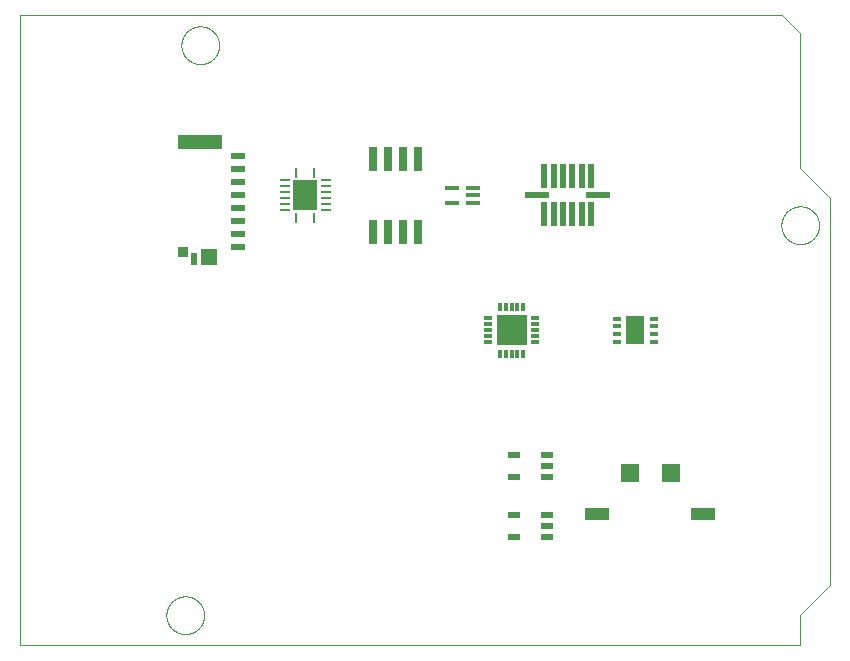
<source format=gtp>
G75*
%MOIN*%
%OFA0B0*%
%FSLAX25Y25*%
%IPPOS*%
%LPD*%
%AMOC8*
5,1,8,0,0,1.08239X$1,22.5*
%
%ADD10C,0.00000*%
%ADD11R,0.09843X0.09843*%
%ADD12R,0.02953X0.01181*%
%ADD13R,0.01181X0.02953*%
%ADD14R,0.04331X0.02362*%
%ADD15R,0.04921X0.02362*%
%ADD16R,0.14921X0.04724*%
%ADD17R,0.02362X0.03937*%
%ADD18R,0.05512X0.05709*%
%ADD19R,0.03346X0.03740*%
%ADD20R,0.02600X0.08000*%
%ADD21R,0.06102X0.09449*%
%ADD22R,0.02559X0.01378*%
%ADD23R,0.03346X0.00984*%
%ADD24R,0.07874X0.09843*%
%ADD25R,0.00984X0.03346*%
%ADD26R,0.02165X0.08445*%
%ADD27R,0.08445X0.02165*%
%ADD28R,0.07900X0.04300*%
%ADD29R,0.04724X0.01575*%
%ADD30R,0.05906X0.05906*%
D10*
X0027000Y0009000D02*
X0027000Y0219000D01*
X0281000Y0219000D01*
X0287000Y0213000D01*
X0287000Y0168000D01*
X0297000Y0158000D01*
X0297000Y0029000D01*
X0287000Y0019000D01*
X0287000Y0009000D01*
X0027000Y0009000D01*
X0075701Y0019000D02*
X0075703Y0019158D01*
X0075709Y0019316D01*
X0075719Y0019474D01*
X0075733Y0019632D01*
X0075751Y0019789D01*
X0075772Y0019946D01*
X0075798Y0020102D01*
X0075828Y0020258D01*
X0075861Y0020413D01*
X0075899Y0020566D01*
X0075940Y0020719D01*
X0075985Y0020871D01*
X0076034Y0021022D01*
X0076087Y0021171D01*
X0076143Y0021319D01*
X0076203Y0021465D01*
X0076267Y0021610D01*
X0076335Y0021753D01*
X0076406Y0021895D01*
X0076480Y0022035D01*
X0076558Y0022172D01*
X0076640Y0022308D01*
X0076724Y0022442D01*
X0076813Y0022573D01*
X0076904Y0022702D01*
X0076999Y0022829D01*
X0077096Y0022954D01*
X0077197Y0023076D01*
X0077301Y0023195D01*
X0077408Y0023312D01*
X0077518Y0023426D01*
X0077631Y0023537D01*
X0077746Y0023646D01*
X0077864Y0023751D01*
X0077985Y0023853D01*
X0078108Y0023953D01*
X0078234Y0024049D01*
X0078362Y0024142D01*
X0078492Y0024232D01*
X0078625Y0024318D01*
X0078760Y0024402D01*
X0078896Y0024481D01*
X0079035Y0024558D01*
X0079176Y0024630D01*
X0079318Y0024700D01*
X0079462Y0024765D01*
X0079608Y0024827D01*
X0079755Y0024885D01*
X0079904Y0024940D01*
X0080054Y0024991D01*
X0080205Y0025038D01*
X0080357Y0025081D01*
X0080510Y0025120D01*
X0080665Y0025156D01*
X0080820Y0025187D01*
X0080976Y0025215D01*
X0081132Y0025239D01*
X0081289Y0025259D01*
X0081447Y0025275D01*
X0081604Y0025287D01*
X0081763Y0025295D01*
X0081921Y0025299D01*
X0082079Y0025299D01*
X0082237Y0025295D01*
X0082396Y0025287D01*
X0082553Y0025275D01*
X0082711Y0025259D01*
X0082868Y0025239D01*
X0083024Y0025215D01*
X0083180Y0025187D01*
X0083335Y0025156D01*
X0083490Y0025120D01*
X0083643Y0025081D01*
X0083795Y0025038D01*
X0083946Y0024991D01*
X0084096Y0024940D01*
X0084245Y0024885D01*
X0084392Y0024827D01*
X0084538Y0024765D01*
X0084682Y0024700D01*
X0084824Y0024630D01*
X0084965Y0024558D01*
X0085104Y0024481D01*
X0085240Y0024402D01*
X0085375Y0024318D01*
X0085508Y0024232D01*
X0085638Y0024142D01*
X0085766Y0024049D01*
X0085892Y0023953D01*
X0086015Y0023853D01*
X0086136Y0023751D01*
X0086254Y0023646D01*
X0086369Y0023537D01*
X0086482Y0023426D01*
X0086592Y0023312D01*
X0086699Y0023195D01*
X0086803Y0023076D01*
X0086904Y0022954D01*
X0087001Y0022829D01*
X0087096Y0022702D01*
X0087187Y0022573D01*
X0087276Y0022442D01*
X0087360Y0022308D01*
X0087442Y0022172D01*
X0087520Y0022035D01*
X0087594Y0021895D01*
X0087665Y0021753D01*
X0087733Y0021610D01*
X0087797Y0021465D01*
X0087857Y0021319D01*
X0087913Y0021171D01*
X0087966Y0021022D01*
X0088015Y0020871D01*
X0088060Y0020719D01*
X0088101Y0020566D01*
X0088139Y0020413D01*
X0088172Y0020258D01*
X0088202Y0020102D01*
X0088228Y0019946D01*
X0088249Y0019789D01*
X0088267Y0019632D01*
X0088281Y0019474D01*
X0088291Y0019316D01*
X0088297Y0019158D01*
X0088299Y0019000D01*
X0088297Y0018842D01*
X0088291Y0018684D01*
X0088281Y0018526D01*
X0088267Y0018368D01*
X0088249Y0018211D01*
X0088228Y0018054D01*
X0088202Y0017898D01*
X0088172Y0017742D01*
X0088139Y0017587D01*
X0088101Y0017434D01*
X0088060Y0017281D01*
X0088015Y0017129D01*
X0087966Y0016978D01*
X0087913Y0016829D01*
X0087857Y0016681D01*
X0087797Y0016535D01*
X0087733Y0016390D01*
X0087665Y0016247D01*
X0087594Y0016105D01*
X0087520Y0015965D01*
X0087442Y0015828D01*
X0087360Y0015692D01*
X0087276Y0015558D01*
X0087187Y0015427D01*
X0087096Y0015298D01*
X0087001Y0015171D01*
X0086904Y0015046D01*
X0086803Y0014924D01*
X0086699Y0014805D01*
X0086592Y0014688D01*
X0086482Y0014574D01*
X0086369Y0014463D01*
X0086254Y0014354D01*
X0086136Y0014249D01*
X0086015Y0014147D01*
X0085892Y0014047D01*
X0085766Y0013951D01*
X0085638Y0013858D01*
X0085508Y0013768D01*
X0085375Y0013682D01*
X0085240Y0013598D01*
X0085104Y0013519D01*
X0084965Y0013442D01*
X0084824Y0013370D01*
X0084682Y0013300D01*
X0084538Y0013235D01*
X0084392Y0013173D01*
X0084245Y0013115D01*
X0084096Y0013060D01*
X0083946Y0013009D01*
X0083795Y0012962D01*
X0083643Y0012919D01*
X0083490Y0012880D01*
X0083335Y0012844D01*
X0083180Y0012813D01*
X0083024Y0012785D01*
X0082868Y0012761D01*
X0082711Y0012741D01*
X0082553Y0012725D01*
X0082396Y0012713D01*
X0082237Y0012705D01*
X0082079Y0012701D01*
X0081921Y0012701D01*
X0081763Y0012705D01*
X0081604Y0012713D01*
X0081447Y0012725D01*
X0081289Y0012741D01*
X0081132Y0012761D01*
X0080976Y0012785D01*
X0080820Y0012813D01*
X0080665Y0012844D01*
X0080510Y0012880D01*
X0080357Y0012919D01*
X0080205Y0012962D01*
X0080054Y0013009D01*
X0079904Y0013060D01*
X0079755Y0013115D01*
X0079608Y0013173D01*
X0079462Y0013235D01*
X0079318Y0013300D01*
X0079176Y0013370D01*
X0079035Y0013442D01*
X0078896Y0013519D01*
X0078760Y0013598D01*
X0078625Y0013682D01*
X0078492Y0013768D01*
X0078362Y0013858D01*
X0078234Y0013951D01*
X0078108Y0014047D01*
X0077985Y0014147D01*
X0077864Y0014249D01*
X0077746Y0014354D01*
X0077631Y0014463D01*
X0077518Y0014574D01*
X0077408Y0014688D01*
X0077301Y0014805D01*
X0077197Y0014924D01*
X0077096Y0015046D01*
X0076999Y0015171D01*
X0076904Y0015298D01*
X0076813Y0015427D01*
X0076724Y0015558D01*
X0076640Y0015692D01*
X0076558Y0015828D01*
X0076480Y0015965D01*
X0076406Y0016105D01*
X0076335Y0016247D01*
X0076267Y0016390D01*
X0076203Y0016535D01*
X0076143Y0016681D01*
X0076087Y0016829D01*
X0076034Y0016978D01*
X0075985Y0017129D01*
X0075940Y0017281D01*
X0075899Y0017434D01*
X0075861Y0017587D01*
X0075828Y0017742D01*
X0075798Y0017898D01*
X0075772Y0018054D01*
X0075751Y0018211D01*
X0075733Y0018368D01*
X0075719Y0018526D01*
X0075709Y0018684D01*
X0075703Y0018842D01*
X0075701Y0019000D01*
X0280701Y0149000D02*
X0280703Y0149158D01*
X0280709Y0149316D01*
X0280719Y0149474D01*
X0280733Y0149632D01*
X0280751Y0149789D01*
X0280772Y0149946D01*
X0280798Y0150102D01*
X0280828Y0150258D01*
X0280861Y0150413D01*
X0280899Y0150566D01*
X0280940Y0150719D01*
X0280985Y0150871D01*
X0281034Y0151022D01*
X0281087Y0151171D01*
X0281143Y0151319D01*
X0281203Y0151465D01*
X0281267Y0151610D01*
X0281335Y0151753D01*
X0281406Y0151895D01*
X0281480Y0152035D01*
X0281558Y0152172D01*
X0281640Y0152308D01*
X0281724Y0152442D01*
X0281813Y0152573D01*
X0281904Y0152702D01*
X0281999Y0152829D01*
X0282096Y0152954D01*
X0282197Y0153076D01*
X0282301Y0153195D01*
X0282408Y0153312D01*
X0282518Y0153426D01*
X0282631Y0153537D01*
X0282746Y0153646D01*
X0282864Y0153751D01*
X0282985Y0153853D01*
X0283108Y0153953D01*
X0283234Y0154049D01*
X0283362Y0154142D01*
X0283492Y0154232D01*
X0283625Y0154318D01*
X0283760Y0154402D01*
X0283896Y0154481D01*
X0284035Y0154558D01*
X0284176Y0154630D01*
X0284318Y0154700D01*
X0284462Y0154765D01*
X0284608Y0154827D01*
X0284755Y0154885D01*
X0284904Y0154940D01*
X0285054Y0154991D01*
X0285205Y0155038D01*
X0285357Y0155081D01*
X0285510Y0155120D01*
X0285665Y0155156D01*
X0285820Y0155187D01*
X0285976Y0155215D01*
X0286132Y0155239D01*
X0286289Y0155259D01*
X0286447Y0155275D01*
X0286604Y0155287D01*
X0286763Y0155295D01*
X0286921Y0155299D01*
X0287079Y0155299D01*
X0287237Y0155295D01*
X0287396Y0155287D01*
X0287553Y0155275D01*
X0287711Y0155259D01*
X0287868Y0155239D01*
X0288024Y0155215D01*
X0288180Y0155187D01*
X0288335Y0155156D01*
X0288490Y0155120D01*
X0288643Y0155081D01*
X0288795Y0155038D01*
X0288946Y0154991D01*
X0289096Y0154940D01*
X0289245Y0154885D01*
X0289392Y0154827D01*
X0289538Y0154765D01*
X0289682Y0154700D01*
X0289824Y0154630D01*
X0289965Y0154558D01*
X0290104Y0154481D01*
X0290240Y0154402D01*
X0290375Y0154318D01*
X0290508Y0154232D01*
X0290638Y0154142D01*
X0290766Y0154049D01*
X0290892Y0153953D01*
X0291015Y0153853D01*
X0291136Y0153751D01*
X0291254Y0153646D01*
X0291369Y0153537D01*
X0291482Y0153426D01*
X0291592Y0153312D01*
X0291699Y0153195D01*
X0291803Y0153076D01*
X0291904Y0152954D01*
X0292001Y0152829D01*
X0292096Y0152702D01*
X0292187Y0152573D01*
X0292276Y0152442D01*
X0292360Y0152308D01*
X0292442Y0152172D01*
X0292520Y0152035D01*
X0292594Y0151895D01*
X0292665Y0151753D01*
X0292733Y0151610D01*
X0292797Y0151465D01*
X0292857Y0151319D01*
X0292913Y0151171D01*
X0292966Y0151022D01*
X0293015Y0150871D01*
X0293060Y0150719D01*
X0293101Y0150566D01*
X0293139Y0150413D01*
X0293172Y0150258D01*
X0293202Y0150102D01*
X0293228Y0149946D01*
X0293249Y0149789D01*
X0293267Y0149632D01*
X0293281Y0149474D01*
X0293291Y0149316D01*
X0293297Y0149158D01*
X0293299Y0149000D01*
X0293297Y0148842D01*
X0293291Y0148684D01*
X0293281Y0148526D01*
X0293267Y0148368D01*
X0293249Y0148211D01*
X0293228Y0148054D01*
X0293202Y0147898D01*
X0293172Y0147742D01*
X0293139Y0147587D01*
X0293101Y0147434D01*
X0293060Y0147281D01*
X0293015Y0147129D01*
X0292966Y0146978D01*
X0292913Y0146829D01*
X0292857Y0146681D01*
X0292797Y0146535D01*
X0292733Y0146390D01*
X0292665Y0146247D01*
X0292594Y0146105D01*
X0292520Y0145965D01*
X0292442Y0145828D01*
X0292360Y0145692D01*
X0292276Y0145558D01*
X0292187Y0145427D01*
X0292096Y0145298D01*
X0292001Y0145171D01*
X0291904Y0145046D01*
X0291803Y0144924D01*
X0291699Y0144805D01*
X0291592Y0144688D01*
X0291482Y0144574D01*
X0291369Y0144463D01*
X0291254Y0144354D01*
X0291136Y0144249D01*
X0291015Y0144147D01*
X0290892Y0144047D01*
X0290766Y0143951D01*
X0290638Y0143858D01*
X0290508Y0143768D01*
X0290375Y0143682D01*
X0290240Y0143598D01*
X0290104Y0143519D01*
X0289965Y0143442D01*
X0289824Y0143370D01*
X0289682Y0143300D01*
X0289538Y0143235D01*
X0289392Y0143173D01*
X0289245Y0143115D01*
X0289096Y0143060D01*
X0288946Y0143009D01*
X0288795Y0142962D01*
X0288643Y0142919D01*
X0288490Y0142880D01*
X0288335Y0142844D01*
X0288180Y0142813D01*
X0288024Y0142785D01*
X0287868Y0142761D01*
X0287711Y0142741D01*
X0287553Y0142725D01*
X0287396Y0142713D01*
X0287237Y0142705D01*
X0287079Y0142701D01*
X0286921Y0142701D01*
X0286763Y0142705D01*
X0286604Y0142713D01*
X0286447Y0142725D01*
X0286289Y0142741D01*
X0286132Y0142761D01*
X0285976Y0142785D01*
X0285820Y0142813D01*
X0285665Y0142844D01*
X0285510Y0142880D01*
X0285357Y0142919D01*
X0285205Y0142962D01*
X0285054Y0143009D01*
X0284904Y0143060D01*
X0284755Y0143115D01*
X0284608Y0143173D01*
X0284462Y0143235D01*
X0284318Y0143300D01*
X0284176Y0143370D01*
X0284035Y0143442D01*
X0283896Y0143519D01*
X0283760Y0143598D01*
X0283625Y0143682D01*
X0283492Y0143768D01*
X0283362Y0143858D01*
X0283234Y0143951D01*
X0283108Y0144047D01*
X0282985Y0144147D01*
X0282864Y0144249D01*
X0282746Y0144354D01*
X0282631Y0144463D01*
X0282518Y0144574D01*
X0282408Y0144688D01*
X0282301Y0144805D01*
X0282197Y0144924D01*
X0282096Y0145046D01*
X0281999Y0145171D01*
X0281904Y0145298D01*
X0281813Y0145427D01*
X0281724Y0145558D01*
X0281640Y0145692D01*
X0281558Y0145828D01*
X0281480Y0145965D01*
X0281406Y0146105D01*
X0281335Y0146247D01*
X0281267Y0146390D01*
X0281203Y0146535D01*
X0281143Y0146681D01*
X0281087Y0146829D01*
X0281034Y0146978D01*
X0280985Y0147129D01*
X0280940Y0147281D01*
X0280899Y0147434D01*
X0280861Y0147587D01*
X0280828Y0147742D01*
X0280798Y0147898D01*
X0280772Y0148054D01*
X0280751Y0148211D01*
X0280733Y0148368D01*
X0280719Y0148526D01*
X0280709Y0148684D01*
X0280703Y0148842D01*
X0280701Y0149000D01*
X0080701Y0209000D02*
X0080703Y0209158D01*
X0080709Y0209316D01*
X0080719Y0209474D01*
X0080733Y0209632D01*
X0080751Y0209789D01*
X0080772Y0209946D01*
X0080798Y0210102D01*
X0080828Y0210258D01*
X0080861Y0210413D01*
X0080899Y0210566D01*
X0080940Y0210719D01*
X0080985Y0210871D01*
X0081034Y0211022D01*
X0081087Y0211171D01*
X0081143Y0211319D01*
X0081203Y0211465D01*
X0081267Y0211610D01*
X0081335Y0211753D01*
X0081406Y0211895D01*
X0081480Y0212035D01*
X0081558Y0212172D01*
X0081640Y0212308D01*
X0081724Y0212442D01*
X0081813Y0212573D01*
X0081904Y0212702D01*
X0081999Y0212829D01*
X0082096Y0212954D01*
X0082197Y0213076D01*
X0082301Y0213195D01*
X0082408Y0213312D01*
X0082518Y0213426D01*
X0082631Y0213537D01*
X0082746Y0213646D01*
X0082864Y0213751D01*
X0082985Y0213853D01*
X0083108Y0213953D01*
X0083234Y0214049D01*
X0083362Y0214142D01*
X0083492Y0214232D01*
X0083625Y0214318D01*
X0083760Y0214402D01*
X0083896Y0214481D01*
X0084035Y0214558D01*
X0084176Y0214630D01*
X0084318Y0214700D01*
X0084462Y0214765D01*
X0084608Y0214827D01*
X0084755Y0214885D01*
X0084904Y0214940D01*
X0085054Y0214991D01*
X0085205Y0215038D01*
X0085357Y0215081D01*
X0085510Y0215120D01*
X0085665Y0215156D01*
X0085820Y0215187D01*
X0085976Y0215215D01*
X0086132Y0215239D01*
X0086289Y0215259D01*
X0086447Y0215275D01*
X0086604Y0215287D01*
X0086763Y0215295D01*
X0086921Y0215299D01*
X0087079Y0215299D01*
X0087237Y0215295D01*
X0087396Y0215287D01*
X0087553Y0215275D01*
X0087711Y0215259D01*
X0087868Y0215239D01*
X0088024Y0215215D01*
X0088180Y0215187D01*
X0088335Y0215156D01*
X0088490Y0215120D01*
X0088643Y0215081D01*
X0088795Y0215038D01*
X0088946Y0214991D01*
X0089096Y0214940D01*
X0089245Y0214885D01*
X0089392Y0214827D01*
X0089538Y0214765D01*
X0089682Y0214700D01*
X0089824Y0214630D01*
X0089965Y0214558D01*
X0090104Y0214481D01*
X0090240Y0214402D01*
X0090375Y0214318D01*
X0090508Y0214232D01*
X0090638Y0214142D01*
X0090766Y0214049D01*
X0090892Y0213953D01*
X0091015Y0213853D01*
X0091136Y0213751D01*
X0091254Y0213646D01*
X0091369Y0213537D01*
X0091482Y0213426D01*
X0091592Y0213312D01*
X0091699Y0213195D01*
X0091803Y0213076D01*
X0091904Y0212954D01*
X0092001Y0212829D01*
X0092096Y0212702D01*
X0092187Y0212573D01*
X0092276Y0212442D01*
X0092360Y0212308D01*
X0092442Y0212172D01*
X0092520Y0212035D01*
X0092594Y0211895D01*
X0092665Y0211753D01*
X0092733Y0211610D01*
X0092797Y0211465D01*
X0092857Y0211319D01*
X0092913Y0211171D01*
X0092966Y0211022D01*
X0093015Y0210871D01*
X0093060Y0210719D01*
X0093101Y0210566D01*
X0093139Y0210413D01*
X0093172Y0210258D01*
X0093202Y0210102D01*
X0093228Y0209946D01*
X0093249Y0209789D01*
X0093267Y0209632D01*
X0093281Y0209474D01*
X0093291Y0209316D01*
X0093297Y0209158D01*
X0093299Y0209000D01*
X0093297Y0208842D01*
X0093291Y0208684D01*
X0093281Y0208526D01*
X0093267Y0208368D01*
X0093249Y0208211D01*
X0093228Y0208054D01*
X0093202Y0207898D01*
X0093172Y0207742D01*
X0093139Y0207587D01*
X0093101Y0207434D01*
X0093060Y0207281D01*
X0093015Y0207129D01*
X0092966Y0206978D01*
X0092913Y0206829D01*
X0092857Y0206681D01*
X0092797Y0206535D01*
X0092733Y0206390D01*
X0092665Y0206247D01*
X0092594Y0206105D01*
X0092520Y0205965D01*
X0092442Y0205828D01*
X0092360Y0205692D01*
X0092276Y0205558D01*
X0092187Y0205427D01*
X0092096Y0205298D01*
X0092001Y0205171D01*
X0091904Y0205046D01*
X0091803Y0204924D01*
X0091699Y0204805D01*
X0091592Y0204688D01*
X0091482Y0204574D01*
X0091369Y0204463D01*
X0091254Y0204354D01*
X0091136Y0204249D01*
X0091015Y0204147D01*
X0090892Y0204047D01*
X0090766Y0203951D01*
X0090638Y0203858D01*
X0090508Y0203768D01*
X0090375Y0203682D01*
X0090240Y0203598D01*
X0090104Y0203519D01*
X0089965Y0203442D01*
X0089824Y0203370D01*
X0089682Y0203300D01*
X0089538Y0203235D01*
X0089392Y0203173D01*
X0089245Y0203115D01*
X0089096Y0203060D01*
X0088946Y0203009D01*
X0088795Y0202962D01*
X0088643Y0202919D01*
X0088490Y0202880D01*
X0088335Y0202844D01*
X0088180Y0202813D01*
X0088024Y0202785D01*
X0087868Y0202761D01*
X0087711Y0202741D01*
X0087553Y0202725D01*
X0087396Y0202713D01*
X0087237Y0202705D01*
X0087079Y0202701D01*
X0086921Y0202701D01*
X0086763Y0202705D01*
X0086604Y0202713D01*
X0086447Y0202725D01*
X0086289Y0202741D01*
X0086132Y0202761D01*
X0085976Y0202785D01*
X0085820Y0202813D01*
X0085665Y0202844D01*
X0085510Y0202880D01*
X0085357Y0202919D01*
X0085205Y0202962D01*
X0085054Y0203009D01*
X0084904Y0203060D01*
X0084755Y0203115D01*
X0084608Y0203173D01*
X0084462Y0203235D01*
X0084318Y0203300D01*
X0084176Y0203370D01*
X0084035Y0203442D01*
X0083896Y0203519D01*
X0083760Y0203598D01*
X0083625Y0203682D01*
X0083492Y0203768D01*
X0083362Y0203858D01*
X0083234Y0203951D01*
X0083108Y0204047D01*
X0082985Y0204147D01*
X0082864Y0204249D01*
X0082746Y0204354D01*
X0082631Y0204463D01*
X0082518Y0204574D01*
X0082408Y0204688D01*
X0082301Y0204805D01*
X0082197Y0204924D01*
X0082096Y0205046D01*
X0081999Y0205171D01*
X0081904Y0205298D01*
X0081813Y0205427D01*
X0081724Y0205558D01*
X0081640Y0205692D01*
X0081558Y0205828D01*
X0081480Y0205965D01*
X0081406Y0206105D01*
X0081335Y0206247D01*
X0081267Y0206390D01*
X0081203Y0206535D01*
X0081143Y0206681D01*
X0081087Y0206829D01*
X0081034Y0206978D01*
X0080985Y0207129D01*
X0080940Y0207281D01*
X0080899Y0207434D01*
X0080861Y0207587D01*
X0080828Y0207742D01*
X0080798Y0207898D01*
X0080772Y0208054D01*
X0080751Y0208211D01*
X0080733Y0208368D01*
X0080719Y0208526D01*
X0080709Y0208684D01*
X0080703Y0208842D01*
X0080701Y0209000D01*
D11*
X0190750Y0114000D03*
X0190750Y0114000D03*
D12*
X0182876Y0114000D03*
X0182876Y0112031D03*
X0182876Y0110063D03*
X0182876Y0115969D03*
X0182876Y0117937D03*
X0198624Y0117937D03*
X0198624Y0115969D03*
X0198624Y0114000D03*
X0198624Y0112031D03*
X0198624Y0110063D03*
D13*
X0194687Y0106126D03*
X0192719Y0106126D03*
X0190750Y0106126D03*
X0188781Y0106126D03*
X0186813Y0106126D03*
X0186813Y0121874D03*
X0188781Y0121874D03*
X0190750Y0121874D03*
X0192719Y0121874D03*
X0194687Y0121874D03*
D14*
X0191488Y0072543D03*
X0191488Y0065063D03*
X0202512Y0065063D03*
X0202512Y0068803D03*
X0202512Y0072543D03*
X0202512Y0052543D03*
X0202512Y0048803D03*
X0202512Y0045063D03*
X0191488Y0045063D03*
X0191488Y0052543D03*
D15*
X0099520Y0141795D03*
X0099520Y0146126D03*
X0099520Y0150457D03*
X0099520Y0154787D03*
X0099520Y0159118D03*
X0099520Y0163449D03*
X0099520Y0167780D03*
X0099520Y0172110D03*
D16*
X0087000Y0176638D03*
D17*
X0085071Y0137661D03*
D18*
X0089992Y0138449D03*
D19*
X0081252Y0140024D03*
D20*
X0144500Y0146900D03*
X0149500Y0146900D03*
X0154500Y0146900D03*
X0159500Y0146900D03*
X0159500Y0171100D03*
X0154500Y0171100D03*
X0149500Y0171100D03*
X0144500Y0171100D03*
D21*
X0232000Y0114000D03*
D22*
X0225898Y0112720D03*
X0225898Y0110161D03*
X0225898Y0115280D03*
X0225898Y0117839D03*
X0238102Y0117839D03*
X0238102Y0115280D03*
X0238102Y0112720D03*
X0238102Y0110161D03*
D23*
X0128890Y0154079D03*
X0128890Y0156047D03*
X0128890Y0158016D03*
X0128890Y0159984D03*
X0128890Y0161953D03*
X0128890Y0163921D03*
X0115110Y0163921D03*
X0115110Y0161953D03*
X0115110Y0159984D03*
X0115110Y0158016D03*
X0115110Y0156047D03*
X0115110Y0154079D03*
D24*
X0122000Y0159000D03*
D25*
X0119047Y0151520D03*
X0124953Y0151520D03*
X0124953Y0166480D03*
X0119047Y0166480D03*
D26*
X0201626Y0165299D03*
X0204776Y0165299D03*
X0207925Y0165299D03*
X0211075Y0165299D03*
X0214224Y0165299D03*
X0217374Y0165299D03*
X0217374Y0152701D03*
X0214224Y0152701D03*
X0211075Y0152701D03*
X0207925Y0152701D03*
X0204776Y0152701D03*
X0201626Y0152701D03*
D27*
X0199264Y0159000D03*
X0219736Y0159000D03*
D28*
X0219300Y0052750D03*
X0254700Y0052750D03*
D29*
X0178043Y0156441D03*
X0178043Y0159000D03*
X0178043Y0161559D03*
X0170957Y0161559D03*
X0170957Y0156441D03*
D30*
X0230110Y0066500D03*
X0243890Y0066500D03*
M02*

</source>
